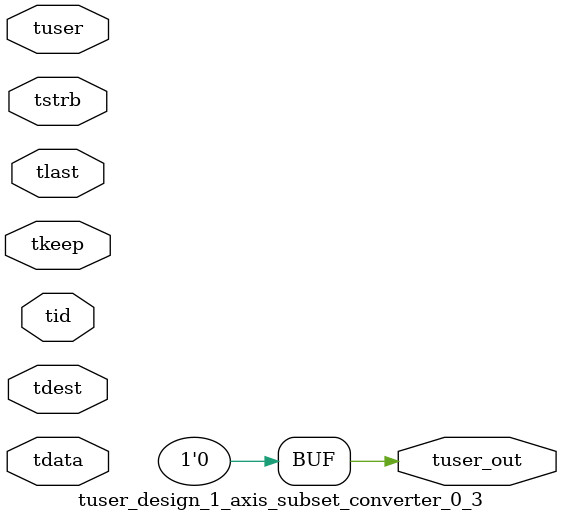
<source format=v>


`timescale 1ps/1ps

module tuser_design_1_axis_subset_converter_0_3 #
(
parameter C_S_AXIS_TUSER_WIDTH = 1,
parameter C_S_AXIS_TDATA_WIDTH = 32,
parameter C_S_AXIS_TID_WIDTH   = 0,
parameter C_S_AXIS_TDEST_WIDTH = 0,
parameter C_M_AXIS_TUSER_WIDTH = 1
)
(
input  [(C_S_AXIS_TUSER_WIDTH == 0 ? 1 : C_S_AXIS_TUSER_WIDTH)-1:0     ] tuser,
input  [(C_S_AXIS_TDATA_WIDTH == 0 ? 1 : C_S_AXIS_TDATA_WIDTH)-1:0     ] tdata,
input  [(C_S_AXIS_TID_WIDTH   == 0 ? 1 : C_S_AXIS_TID_WIDTH)-1:0       ] tid,
input  [(C_S_AXIS_TDEST_WIDTH == 0 ? 1 : C_S_AXIS_TDEST_WIDTH)-1:0     ] tdest,
input  [(C_S_AXIS_TDATA_WIDTH/8)-1:0 ] tkeep,
input  [(C_S_AXIS_TDATA_WIDTH/8)-1:0 ] tstrb,
input                                                                    tlast,
output [C_M_AXIS_TUSER_WIDTH-1:0] tuser_out
);

assign tuser_out = {1'b0};

endmodule


</source>
